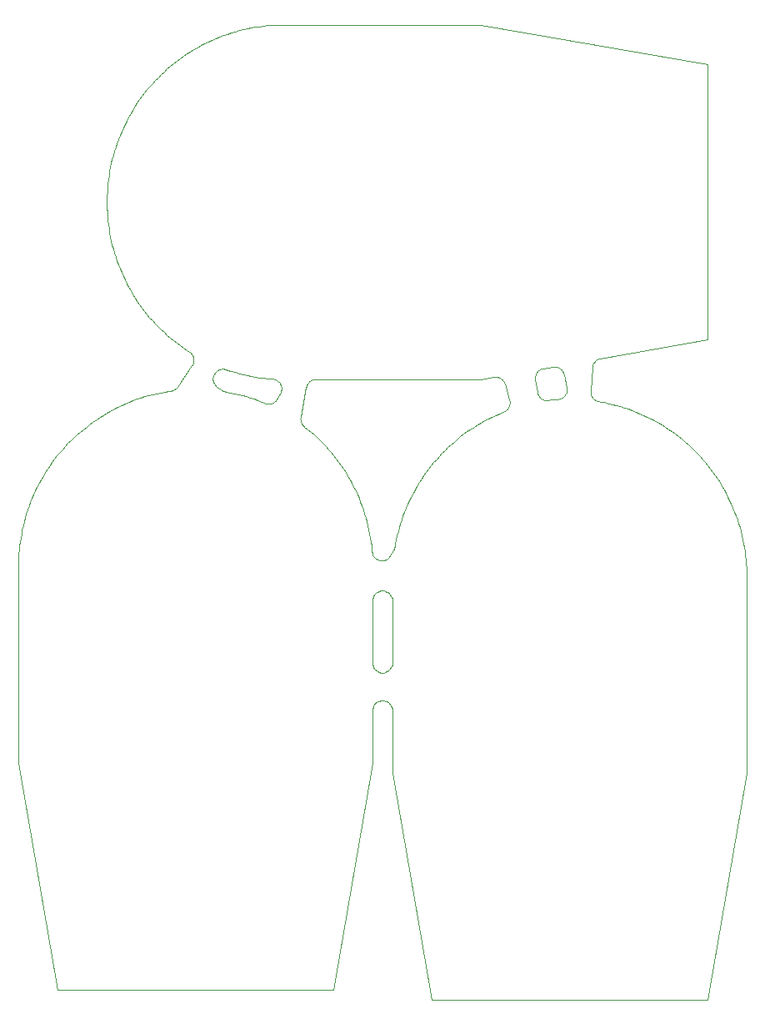
<source format=gko>
%MOIN*%
%OFA0B0*%
%FSLAX44Y44*%
%IPPOS*%
%LPD*%
%ADD10C,0*%
D10*
X00014960Y00010943D02*
X00014960Y00010943D01*
X00014960Y00008661D01*
X00016535Y-00000393D01*
X00027559Y-00000393D01*
X00029133Y00008661D01*
X00029133Y00016535D01*
X00029131Y00016700D01*
X00029126Y00016865D01*
X00029116Y00017029D01*
X00029103Y00017194D01*
X00029085Y00017358D01*
X00029064Y00017521D01*
X00029040Y00017684D01*
X00029011Y00017847D01*
X00028978Y00018008D01*
X00028942Y00018169D01*
X00028902Y00018329D01*
X00028859Y00018488D01*
X00028812Y00018646D01*
X00028761Y00018803D01*
X00028706Y00018959D01*
X00028648Y00019113D01*
X00028586Y00019266D01*
X00028521Y00019417D01*
X00028452Y00019567D01*
X00028380Y00019715D01*
X00028304Y00019862D01*
X00028225Y00020007D01*
X00028142Y00020149D01*
X00028057Y00020290D01*
X00027968Y00020429D01*
X00027875Y00020566D01*
X00027780Y00020700D01*
X00027681Y00020833D01*
X00027580Y00020963D01*
X00027475Y00021090D01*
X00027368Y00021215D01*
X00027258Y00021338D01*
X00027144Y00021458D01*
X00027028Y00021575D01*
X00026910Y00021690D01*
X00026789Y00021801D01*
X00026665Y00021910D01*
X00026538Y00022016D01*
X00026410Y00022119D01*
X00026279Y00022219D01*
X00026145Y00022316D01*
X00026010Y00022410D01*
X00025872Y00022501D01*
X00025732Y00022588D01*
X00025590Y00022672D01*
X00025446Y00022753D01*
X00025301Y00022830D01*
X00025153Y00022904D01*
X00025004Y00022975D01*
X00024854Y00023042D01*
X00024701Y00023106D01*
X00024548Y00023166D01*
X00024393Y00023222D01*
X00024237Y00023275D01*
X00024079Y00023324D01*
X00023921Y00023369D01*
X00023761Y00023411D01*
X00023601Y00023449D01*
X00023439Y00023483D01*
X00023277Y00023514D01*
X00023222Y00023523D01*
X00023193Y00023529D01*
X00023165Y00023537D01*
X00023138Y00023547D01*
X00023111Y00023558D01*
X00023086Y00023572D01*
X00023062Y00023588D01*
X00023038Y00023605D01*
X00023016Y00023624D01*
X00022996Y00023645D01*
X00022977Y00023667D01*
X00022960Y00023690D01*
X00022944Y00023715D01*
X00022931Y00023740D01*
X00022919Y00023767D01*
X00022910Y00023794D01*
X00022902Y00023822D01*
X00022896Y00023851D01*
X00022893Y00023879D01*
X00022892Y00023908D01*
X00022893Y00023937D01*
X00022955Y00024878D01*
X00022957Y00024904D01*
X00022962Y00024930D01*
X00022968Y00024955D01*
X00022975Y00024980D01*
X00022985Y00025005D01*
X00022996Y00025029D01*
X00023008Y00025052D01*
X00023022Y00025074D01*
X00023038Y00025095D01*
X00023055Y00025115D01*
X00023073Y00025134D01*
X00023092Y00025152D01*
X00023113Y00025168D01*
X00023134Y00025183D01*
X00023157Y00025196D01*
X00023180Y00025208D01*
X00023204Y00025219D01*
X00023229Y00025227D01*
X00023254Y00025234D01*
X00023280Y00025240D01*
X00027559Y00025984D01*
X00027559Y00037007D01*
X00018503Y00038582D01*
X00010629Y00038582D01*
X00010465Y00038580D01*
X00010300Y00038574D01*
X00010135Y00038565D01*
X00009971Y00038551D01*
X00009807Y00038534D01*
X00009643Y00038513D01*
X00009480Y00038488D01*
X00009318Y00038460D01*
X00009156Y00038427D01*
X00008995Y00038391D01*
X00008835Y00038351D01*
X00008676Y00038308D01*
X00008518Y00038260D01*
X00008361Y00038209D01*
X00008206Y00038155D01*
X00008051Y00038097D01*
X00007898Y00038035D01*
X00007747Y00037970D01*
X00007597Y00037901D01*
X00007449Y00037828D01*
X00007302Y00037753D01*
X00007158Y00037674D01*
X00007015Y00037591D01*
X00006874Y00037505D01*
X00006735Y00037416D01*
X00006599Y00037324D01*
X00006464Y00037229D01*
X00006332Y00037130D01*
X00006202Y00037029D01*
X00006074Y00036924D01*
X00005949Y00036817D01*
X00005827Y00036706D01*
X00005707Y00036593D01*
X00005589Y00036477D01*
X00005475Y00036359D01*
X00005363Y00036237D01*
X00005254Y00036114D01*
X00005148Y00035987D01*
X00005045Y00035859D01*
X00004945Y00035727D01*
X00004848Y00035594D01*
X00004754Y00035458D01*
X00004664Y00035321D01*
X00004576Y00035181D01*
X00004492Y00035039D01*
X00004411Y00034895D01*
X00004334Y00034749D01*
X00004260Y00034602D01*
X00004189Y00034453D01*
X00004122Y00034302D01*
X00004059Y00034150D01*
X00003999Y00033997D01*
X00003942Y00033842D01*
X00003890Y00033685D01*
X00003841Y00033528D01*
X00003795Y00033370D01*
X00003753Y00033210D01*
X00003715Y00033050D01*
X00003681Y00032888D01*
X00003650Y00032726D01*
X00003624Y00032563D01*
X00003601Y00032400D01*
X00003582Y00032236D01*
X00003566Y00032072D01*
X00003555Y00031908D01*
X00003547Y00031743D01*
X00003543Y00031578D01*
X00003543Y00031413D01*
X00003547Y00031248D01*
X00003555Y00031084D01*
X00003566Y00030919D01*
X00003582Y00030755D01*
X00003601Y00030591D01*
X00003624Y00030428D01*
X00003650Y00030265D01*
X00003681Y00030103D01*
X00003715Y00029942D01*
X00003753Y00029781D01*
X00003795Y00029622D01*
X00003841Y00029463D01*
X00003890Y00029306D01*
X00003942Y00029149D01*
X00003999Y00028994D01*
X00004059Y00028841D01*
X00004122Y00028689D01*
X00004189Y00028538D01*
X00004260Y00028389D01*
X00004334Y00028242D01*
X00004411Y00028096D01*
X00004492Y00027952D01*
X00004576Y00027810D01*
X00004664Y00027671D01*
X00004754Y00027533D01*
X00004848Y00027397D01*
X00004945Y00027264D01*
X00005045Y00027133D01*
X00005148Y00027004D01*
X00005254Y00026878D01*
X00005363Y00026754D01*
X00005475Y00026632D01*
X00005589Y00026514D01*
X00005707Y00026398D01*
X00005827Y00026285D01*
X00005949Y00026174D01*
X00006074Y00026067D01*
X00006202Y00025962D01*
X00006332Y00025861D01*
X00006464Y00025762D01*
X00006599Y00025667D01*
X00006735Y00025575D01*
X00006839Y00025508D01*
X00006865Y00025490D01*
X00006889Y00025470D01*
X00006912Y00025448D01*
X00006933Y00025425D01*
X00006951Y00025399D01*
X00006968Y00025373D01*
X00006983Y00025345D01*
X00006995Y00025316D01*
X00007005Y00025286D01*
X00007012Y00025255D01*
X00007017Y00025224D01*
X00007020Y00025193D01*
X00007020Y00025161D01*
X00007018Y00025130D01*
X00007013Y00025099D01*
X00007005Y00025068D01*
X00006995Y00025038D01*
X00006983Y00025009D01*
X00006968Y00024981D01*
X00006952Y00024955D01*
X00006378Y00024115D01*
X00006368Y00024101D01*
X00006358Y00024088D01*
X00006347Y00024076D01*
X00006336Y00024064D01*
X00006325Y00024052D01*
X00006313Y00024041D01*
X00006300Y00024031D01*
X00006287Y00024021D01*
X00006274Y00024011D01*
X00006260Y00024002D01*
X00006246Y00023994D01*
X00006232Y00023986D01*
X00006217Y00023979D01*
X00006202Y00023972D01*
X00006187Y00023967D01*
X00006171Y00023961D01*
X00006155Y00023957D01*
X00006140Y00023953D01*
X00006123Y00023949D01*
X00006107Y00023947D01*
X00006018Y00023934D01*
X00005856Y00023908D01*
X00005693Y00023877D01*
X00005532Y00023843D01*
X00005372Y00023805D01*
X00005212Y00023763D01*
X00005054Y00023718D01*
X00004896Y00023668D01*
X00004740Y00023616D01*
X00004585Y00023559D01*
X00004431Y00023499D01*
X00004279Y00023436D01*
X00004129Y00023369D01*
X00003980Y00023298D01*
X00003832Y00023224D01*
X00003687Y00023147D01*
X00003543Y00023066D01*
X00003401Y00022982D01*
X00003261Y00022894D01*
X00003123Y00022804D01*
X00002988Y00022710D01*
X00002854Y00022613D01*
X00002723Y00022513D01*
X00002594Y00022410D01*
X00002468Y00022304D01*
X00002344Y00022195D01*
X00002223Y00022083D01*
X00002104Y00021969D01*
X00001988Y00021851D01*
X00001875Y00021731D01*
X00001765Y00021609D01*
X00001657Y00021484D01*
X00001553Y00021356D01*
X00001451Y00021226D01*
X00001353Y00021094D01*
X00001258Y00020960D01*
X00001165Y00020823D01*
X00001076Y00020684D01*
X00000991Y00020543D01*
X00000908Y00020400D01*
X00000829Y00020256D01*
X00000753Y00020109D01*
X00000681Y00019961D01*
X00000612Y00019811D01*
X00000547Y00019660D01*
X00000485Y00019507D01*
X00000427Y00019352D01*
X00000372Y00019197D01*
X00000321Y00019040D01*
X00000274Y00018882D01*
X00000230Y00018723D01*
X00000191Y00018563D01*
X00000154Y00018402D01*
X00000122Y00018240D01*
X00000093Y00018078D01*
X00000068Y00017915D01*
X00000047Y00017751D01*
X00000030Y00017587D01*
X00000017Y00017423D01*
X00000007Y00017258D01*
X00000001Y00017094D01*
X00000000Y00016929D01*
X00000000Y00009055D01*
X00001574Y00000000D01*
X00012598Y00000000D01*
X00014173Y00009055D01*
X00014173Y00011172D01*
X00014178Y00011233D01*
X00014192Y00011294D01*
X00014216Y00011351D01*
X00014248Y00011403D01*
X00014288Y00011450D01*
X00014335Y00011490D01*
X00014388Y00011523D01*
X00014445Y00011546D01*
X00014505Y00011561D01*
X00014566Y00011566D01*
X00014628Y00011561D01*
X00014688Y00011546D01*
X00014745Y00011523D01*
X00014798Y00011490D01*
X00014845Y00011450D01*
X00014885Y00011403D01*
X00014917Y00011351D01*
X00014941Y00011294D01*
X00014955Y00011233D01*
X00014960Y00011172D01*
X00014960Y00010943D01*
X00021191Y00023569D02*
X00021191Y00023569D01*
X00021161Y00023567D01*
X00021130Y00023567D01*
X00021100Y00023569D01*
X00021070Y00023574D01*
X00021041Y00023581D01*
X00021012Y00023590D01*
X00020984Y00023601D01*
X00020957Y00023614D01*
X00020931Y00023630D01*
X00020906Y00023647D01*
X00020883Y00023666D01*
X00020861Y00023687D01*
X00020841Y00023710D01*
X00020823Y00023734D01*
X00020807Y00023759D01*
X00020792Y00023786D01*
X00020780Y00023813D01*
X00020770Y00023842D01*
X00020762Y00023871D01*
X00020756Y00023900D01*
X00020680Y00024396D01*
X00020676Y00024426D01*
X00020675Y00024456D01*
X00020676Y00024487D01*
X00020680Y00024517D01*
X00020686Y00024547D01*
X00020694Y00024577D01*
X00020705Y00024605D01*
X00020717Y00024633D01*
X00020732Y00024660D01*
X00020749Y00024685D01*
X00020768Y00024709D01*
X00020788Y00024732D01*
X00020811Y00024753D01*
X00020834Y00024772D01*
X00020860Y00024789D01*
X00020886Y00024804D01*
X00020914Y00024817D01*
X00020942Y00024828D01*
X00020972Y00024837D01*
X00021001Y00024843D01*
X00021370Y00024907D01*
X00021400Y00024911D01*
X00021430Y00024913D01*
X00021460Y00024913D01*
X00021490Y00024910D01*
X00021520Y00024904D01*
X00021549Y00024897D01*
X00021578Y00024887D01*
X00021605Y00024875D01*
X00021632Y00024862D01*
X00021658Y00024846D01*
X00021682Y00024828D01*
X00021705Y00024808D01*
X00021726Y00024787D01*
X00021746Y00024764D01*
X00021764Y00024739D01*
X00021780Y00024714D01*
X00021794Y00024687D01*
X00021805Y00024659D01*
X00021815Y00024630D01*
X00021822Y00024601D01*
X00021933Y00024080D01*
X00021938Y00024046D01*
X00021941Y00024013D01*
X00021941Y00023979D01*
X00021938Y00023946D01*
X00021932Y00023913D01*
X00021923Y00023880D01*
X00021912Y00023848D01*
X00021897Y00023818D01*
X00021881Y00023789D01*
X00021862Y00023761D01*
X00021840Y00023735D01*
X00021817Y00023711D01*
X00021791Y00023689D01*
X00021764Y00023669D01*
X00021735Y00023652D01*
X00021705Y00023637D01*
X00021674Y00023625D01*
X00021641Y00023616D01*
X00021608Y00023609D01*
X00021575Y00023605D01*
X00021470Y00023598D01*
X00021306Y00023583D01*
X00021191Y00023569D01*
X00010157Y00024425D02*
X00010157Y00024425D01*
X00010197Y00024421D01*
X00010237Y00024412D01*
X00010275Y00024400D01*
X00010312Y00024383D01*
X00010347Y00024363D01*
X00010380Y00024340D01*
X00010410Y00024313D01*
X00010437Y00024284D01*
X00010461Y00024251D01*
X00010482Y00024217D01*
X00010499Y00024180D01*
X00010512Y00024142D01*
X00010522Y00024103D01*
X00010527Y00024063D01*
X00010528Y00024023D01*
X00010525Y00023983D01*
X00010518Y00023943D01*
X00010507Y00023904D01*
X00010492Y00023867D01*
X00010473Y00023831D01*
X00010345Y00023614D01*
X00010329Y00023591D01*
X00010313Y00023568D01*
X00010294Y00023547D01*
X00010274Y00023527D01*
X00010253Y00023508D01*
X00010230Y00023492D01*
X00010207Y00023476D01*
X00010182Y00023463D01*
X00010156Y00023451D01*
X00010130Y00023441D01*
X00010103Y00023434D01*
X00010075Y00023428D01*
X00010047Y00023424D01*
X00010019Y00023422D01*
X00009991Y00023422D01*
X00009963Y00023424D01*
X00009935Y00023428D01*
X00009908Y00023434D01*
X00009881Y00023442D01*
X00009854Y00023452D01*
X00009741Y00023499D01*
X00009587Y00023559D01*
X00009432Y00023616D01*
X00009276Y00023668D01*
X00009119Y00023718D01*
X00008960Y00023763D01*
X00008801Y00023805D01*
X00008640Y00023843D01*
X00008479Y00023877D01*
X00008317Y00023908D01*
X00008287Y00023913D01*
X00008277Y00023914D01*
X00008268Y00023916D01*
X00008259Y00023918D01*
X00008250Y00023920D01*
X00008241Y00023923D01*
X00008232Y00023926D01*
X00008223Y00023929D01*
X00008214Y00023932D01*
X00008205Y00023935D01*
X00008197Y00023939D01*
X00008188Y00023942D01*
X00008180Y00023946D01*
X00008171Y00023951D01*
X00008163Y00023955D01*
X00008155Y00023959D01*
X00008147Y00023964D01*
X00008139Y00023969D01*
X00008131Y00023974D01*
X00008123Y00023980D01*
X00008115Y00023985D01*
X00007945Y00024112D01*
X00007902Y00024149D01*
X00007866Y00024191D01*
X00007835Y00024238D01*
X00007812Y00024288D01*
X00007796Y00024342D01*
X00007787Y00024397D01*
X00007787Y00024453D01*
X00007794Y00024508D01*
X00007809Y00024562D01*
X00007832Y00024613D01*
X00007862Y00024660D01*
X00007898Y00024703D01*
X00007940Y00024740D01*
X00007986Y00024771D01*
X00008036Y00024795D01*
X00008090Y00024811D01*
X00008145Y00024820D01*
X00008201Y00024821D01*
X00008256Y00024814D01*
X00008310Y00024800D01*
X00008361Y00024782D01*
X00008518Y00024731D01*
X00008676Y00024683D01*
X00008835Y00024640D01*
X00008995Y00024600D01*
X00009156Y00024564D01*
X00009318Y00024531D01*
X00009480Y00024503D01*
X00009643Y00024478D01*
X00009807Y00024457D01*
X00009971Y00024440D01*
X00010135Y00024426D01*
X00010157Y00024425D01*
X00014173Y00015564D02*
X00014173Y00015564D01*
X00014178Y00015626D01*
X00014192Y00015686D01*
X00014216Y00015743D01*
X00014248Y00015796D01*
X00014288Y00015843D01*
X00014335Y00015883D01*
X00014388Y00015915D01*
X00014445Y00015939D01*
X00014505Y00015953D01*
X00014566Y00015958D01*
X00014628Y00015953D01*
X00014688Y00015939D01*
X00014745Y00015915D01*
X00014798Y00015883D01*
X00014845Y00015843D01*
X00014885Y00015796D01*
X00014917Y00015743D01*
X00014941Y00015686D01*
X00014955Y00015626D01*
X00014960Y00015564D01*
X00014960Y00015378D01*
X00014960Y00013299D01*
X00014960Y00013070D01*
X00014955Y00013008D01*
X00014941Y00012948D01*
X00014917Y00012891D01*
X00014885Y00012838D01*
X00014845Y00012791D01*
X00014798Y00012751D01*
X00014745Y00012719D01*
X00014688Y00012695D01*
X00014628Y00012681D01*
X00014566Y00012676D01*
X00014505Y00012681D01*
X00014445Y00012695D01*
X00014388Y00012719D01*
X00014335Y00012751D01*
X00014288Y00012791D01*
X00014248Y00012838D01*
X00014216Y00012891D01*
X00014192Y00012948D01*
X00014178Y00013008D01*
X00014173Y00013070D01*
X00014173Y00015564D01*
X00015058Y00017708D02*
X00015058Y00017708D01*
X00015057Y00017701D01*
X00015056Y00017695D01*
X00015054Y00017688D01*
X00015052Y00017681D01*
X00015051Y00017674D01*
X00015049Y00017668D01*
X00015047Y00017661D01*
X00015045Y00017654D01*
X00015042Y00017648D01*
X00015040Y00017641D01*
X00015038Y00017635D01*
X00015035Y00017628D01*
X00015032Y00017622D01*
X00015030Y00017615D01*
X00015027Y00017609D01*
X00015024Y00017603D01*
X00015021Y00017597D01*
X00015017Y00017590D01*
X00015014Y00017584D01*
X00015011Y00017578D01*
X00014880Y00017354D01*
X00014852Y00017313D01*
X00014820Y00017275D01*
X00014782Y00017242D01*
X00014741Y00017214D01*
X00014697Y00017191D01*
X00014650Y00017175D01*
X00014601Y00017164D01*
X00014552Y00017159D01*
X00014502Y00017161D01*
X00014453Y00017169D01*
X00014405Y00017183D01*
X00014359Y00017203D01*
X00014317Y00017228D01*
X00014277Y00017259D01*
X00014243Y00017294D01*
X00014212Y00017334D01*
X00014187Y00017377D01*
X00014168Y00017423D01*
X00014155Y00017471D01*
X00014148Y00017520D01*
X00014142Y00017587D01*
X00014125Y00017751D01*
X00014104Y00017915D01*
X00014079Y00018078D01*
X00014050Y00018240D01*
X00014018Y00018402D01*
X00013982Y00018563D01*
X00013942Y00018723D01*
X00013898Y00018882D01*
X00013851Y00019040D01*
X00013800Y00019197D01*
X00013745Y00019352D01*
X00013687Y00019507D01*
X00013625Y00019660D01*
X00013560Y00019811D01*
X00013491Y00019961D01*
X00013419Y00020109D01*
X00013343Y00020256D01*
X00013264Y00020400D01*
X00013182Y00020543D01*
X00013096Y00020684D01*
X00013007Y00020823D01*
X00012915Y00020960D01*
X00012819Y00021094D01*
X00012721Y00021226D01*
X00012619Y00021356D01*
X00012515Y00021484D01*
X00012407Y00021609D01*
X00012297Y00021731D01*
X00012184Y00021851D01*
X00012068Y00021969D01*
X00011949Y00022083D01*
X00011828Y00022195D01*
X00011704Y00022304D01*
X00011578Y00022410D01*
X00011449Y00022513D01*
X00011443Y00022518D01*
X00011426Y00022531D01*
X00011410Y00022546D01*
X00011395Y00022561D01*
X00011380Y00022577D01*
X00011367Y00022595D01*
X00011354Y00022612D01*
X00011343Y00022631D01*
X00011332Y00022650D01*
X00011323Y00022669D01*
X00011314Y00022689D01*
X00011307Y00022710D01*
X00011301Y00022731D01*
X00011296Y00022752D01*
X00011292Y00022773D01*
X00011290Y00022795D01*
X00011288Y00022817D01*
X00011288Y00022838D01*
X00011289Y00022860D01*
X00011291Y00022882D01*
X00011295Y00022903D01*
X00011516Y00024088D01*
X00011522Y00024114D01*
X00011530Y00024140D01*
X00011540Y00024166D01*
X00011551Y00024191D01*
X00011564Y00024215D01*
X00011579Y00024238D01*
X00011595Y00024260D01*
X00011613Y00024281D01*
X00011632Y00024300D01*
X00011652Y00024318D01*
X00011674Y00024335D01*
X00011696Y00024350D01*
X00011720Y00024364D01*
X00011744Y00024375D01*
X00011770Y00024386D01*
X00011796Y00024394D01*
X00011822Y00024400D01*
X00011849Y00024405D01*
X00011876Y00024408D01*
X00011903Y00024409D01*
X00018503Y00024409D01*
X00019020Y00024499D01*
X00019048Y00024503D01*
X00019077Y00024504D01*
X00019106Y00024504D01*
X00019135Y00024502D01*
X00019163Y00024497D01*
X00019191Y00024491D01*
X00019219Y00024482D01*
X00019245Y00024471D01*
X00019271Y00024459D01*
X00019296Y00024445D01*
X00019320Y00024428D01*
X00019343Y00024411D01*
X00019364Y00024391D01*
X00019384Y00024370D01*
X00019402Y00024348D01*
X00019418Y00024324D01*
X00019433Y00024299D01*
X00019446Y00024274D01*
X00019457Y00024247D01*
X00019466Y00024220D01*
X00019647Y00023589D01*
X00019654Y00023560D01*
X00019659Y00023532D01*
X00019662Y00023503D01*
X00019662Y00023474D01*
X00019661Y00023445D01*
X00019657Y00023416D01*
X00019651Y00023387D01*
X00019643Y00023359D01*
X00019633Y00023332D01*
X00019621Y00023305D01*
X00019607Y00023280D01*
X00019592Y00023255D01*
X00019574Y00023232D01*
X00019555Y00023210D01*
X00019534Y00023190D01*
X00019512Y00023171D01*
X00019489Y00023154D01*
X00019464Y00023138D01*
X00019438Y00023125D01*
X00019412Y00023113D01*
X00019392Y00023106D01*
X00019240Y00023042D01*
X00019089Y00022975D01*
X00018940Y00022904D01*
X00018793Y00022830D01*
X00018647Y00022753D01*
X00018503Y00022672D01*
X00018362Y00022588D01*
X00018222Y00022501D01*
X00018084Y00022410D01*
X00017948Y00022316D01*
X00017815Y00022219D01*
X00017684Y00022119D01*
X00017555Y00022016D01*
X00017429Y00021910D01*
X00017305Y00021801D01*
X00017184Y00021690D01*
X00017065Y00021575D01*
X00016949Y00021458D01*
X00016836Y00021338D01*
X00016726Y00021215D01*
X00016618Y00021090D01*
X00016514Y00020963D01*
X00016412Y00020833D01*
X00016314Y00020700D01*
X00016218Y00020566D01*
X00016126Y00020429D01*
X00016037Y00020290D01*
X00015951Y00020149D01*
X00015869Y00020007D01*
X00015790Y00019862D01*
X00015714Y00019715D01*
X00015642Y00019567D01*
X00015573Y00019417D01*
X00015507Y00019266D01*
X00015446Y00019113D01*
X00015388Y00018959D01*
X00015333Y00018803D01*
X00015282Y00018646D01*
X00015235Y00018488D01*
X00015191Y00018329D01*
X00015151Y00018169D01*
X00015115Y00018008D01*
X00015083Y00017847D01*
X00015058Y00017708D01*
M02*
</source>
